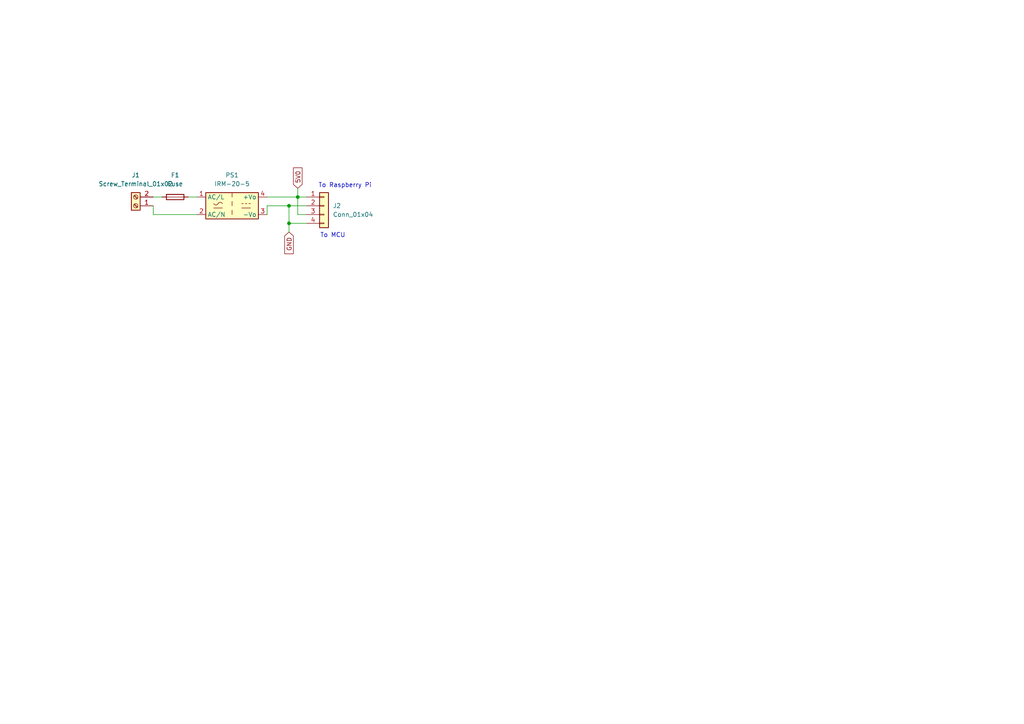
<source format=kicad_sch>
(kicad_sch (version 20231120) (generator "eeschema") (generator_version "8.0")
  (paper "A4")
  (lib_symbols
    (symbol "Connector:Screw_Terminal_01x02" (pin_names (offset 1.016) hide)
      (property "Reference" "J" (at 0 2.54 0))
      (property "Value" "Screw_Terminal_01x02" (at 0 -5.08 0))
      (symbol "Screw_Terminal_01x02_1_1"
        (rectangle (start -1.27 1.27) (end 1.27 -3.81) (stroke (width 0.254)) (fill (type background)))
        (circle (center 0 -2.54) (radius 0.635) (stroke (width 0.1524)))
        (polyline (pts (xy -0.5334 -2.2098) (xy 0.3302 -3.048)) (stroke (width 0.1524)))
        (polyline (pts (xy -0.5334 0.3302) (xy 0.3302 -0.508)) (stroke (width 0.1524)))
        (polyline (pts (xy -0.3556 -2.032) (xy 0.508 -2.8702)) (stroke (width 0.1524)))
        (polyline (pts (xy -0.3556 0.508) (xy 0.508 -0.3302)) (stroke (width 0.1524)))
        (circle (center 0 0) (radius 0.635) (stroke (width 0.1524)))
        (pin passive line (at -5.08 0 0) (length 3.81) (name "Pin_1") (number "1"))
        (pin passive line (at -5.08 -2.54 0) (length 3.81) (name "Pin_2") (number "2"))
      )
    )
    (symbol "Connector_Generic:Conn_01x04" (pin_names (offset 1.016) hide)
      (property "Reference" "J" (at 0 5.08 0))
      (property "Value" "Conn_01x04" (at 0 -7.62 0))
      (symbol "Conn_01x04_1_1"
        (rectangle (start -1.27 -4.953) (end 0 -5.207) (stroke (width 0.1524)))
        (rectangle (start -1.27 -2.413) (end 0 -2.667) (stroke (width 0.1524)))
        (rectangle (start -1.27 0.127) (end 0 -0.127) (stroke (width 0.1524)))
        (rectangle (start -1.27 2.667) (end 0 2.413) (stroke (width 0.1524)))
        (rectangle (start -1.27 3.81) (end 1.27 -6.35) (stroke (width 0.254)) (fill (type background)))
        (pin passive line (at -5.08 2.54 0) (length 3.81) (name "Pin_1") (number "1"))
        (pin passive line (at -5.08 0 0) (length 3.81) (name "Pin_2") (number "2"))
        (pin passive line (at -5.08 -2.54 0) (length 3.81) (name "Pin_3") (number "3"))
        (pin passive line (at -5.08 -5.08 0) (length 3.81) (name "Pin_4") (number "4"))
      )
    )
    (symbol "Converter_ACDC:IRM-20-5"
      (property "Reference" "PS" (at 0 5.08 0))
      (property "Value" "IRM-20-5" (at 0 -5.08 0))
      (symbol "IRM-20-5_0_1"
        (rectangle (start -7.62 3.81) (end 7.62 -3.81) (stroke (width 0.254)) (fill (type background)))
        (arc (start -5.334 0.635) (mid -4.699 0.2495) (end -4.064 0.635))
        (arc (start -2.794 0.635) (mid -3.429 1.0072) (end -4.064 0.635))
        (polyline (pts (xy -5.334 -0.635) (xy -2.794 -0.635)))
        (polyline (pts (xy 0 -1.27) (xy 0 -2.54)))
        (polyline (pts (xy 0 1.27) (xy 0 0)))
        (polyline (pts (xy 0 3.81) (xy 0 2.54)))
        (polyline (pts (xy 2.794 -0.635) (xy 5.334 -0.635)))
        (polyline (pts (xy 2.794 0.635) (xy 3.302 0.635)))
        (polyline (pts (xy 3.81 0.635) (xy 4.318 0.635)))
        (polyline (pts (xy 4.826 0.635) (xy 5.334 0.635)))
      )
      (symbol "IRM-20-5_1_1"
        (pin power_in line (at -10.16 2.54 0) (length 2.54) (name "AC/L") (number "1"))
        (pin power_in line (at -10.16 -2.54 0) (length 2.54) (name "AC/N") (number "2"))
        (pin power_out line (at 10.16 -2.54 180) (length 2.54) (name "-Vo") (number "3"))
        (pin power_out line (at 10.16 2.54 180) (length 2.54) (name "+Vo") (number "4"))
      )
    )
    (symbol "Device:Fuse" (pin_numbers hide) (pin_names (offset 0))
      (property "Reference" "F" (at 2.032 0 90))
      (property "Value" "Fuse" (at -1.905 0 90))
      (symbol "Fuse_0_1"
        (rectangle (start -0.762 -2.54) (end 0.762 2.54) (stroke (width 0.254)))
        (polyline (pts (xy 0 2.54) (xy 0 -2.54)))
      )
      (symbol "Fuse_1_1"
        (pin passive line (at 0 3.81 270) (length 1.27) (name "~") (number "1"))
        (pin passive line (at 0 -3.81 90) (length 1.27) (name "~") (number "2"))
      )
    )
  )
  (junction (at 86.36 57.15))
  (junction (at 83.82 64.77))
  (junction (at 83.82 59.69))
  (wire (pts (xy 86.36 57.15) (xy 86.36 62.23)))
  (wire (pts (xy 83.82 59.69) (xy 88.9 59.69)))
  (wire (pts (xy 77.47 59.69) (xy 83.82 59.69)))
  (wire (pts (xy 44.45 62.23) (xy 57.15 62.23)))
  (wire (pts (xy 77.47 57.15) (xy 86.36 57.15)))
  (wire (pts (xy 83.82 59.69) (xy 83.82 64.77)))
  (wire (pts (xy 83.82 64.77) (xy 88.9 64.77)))
  (wire (pts (xy 77.47 62.23) (xy 77.47 59.69)))
  (wire (pts (xy 83.82 64.77) (xy 83.82 67.31)))
  (wire (pts (xy 86.36 57.15) (xy 88.9 57.15)))
  (wire (pts (xy 86.36 62.23) (xy 88.9 62.23)))
  (wire (pts (xy 44.45 59.69) (xy 44.45 62.23)))
  (wire (pts (xy 44.45 57.15) (xy 46.99 57.15)))
  (wire (pts (xy 86.36 54.61) (xy 86.36 57.15)))
  (wire (pts (xy 54.61 57.15) (xy 57.15 57.15)))
  (text "To MCU" (at 96.52 68.326 0) (effects (font (size 1.27 1.27))))
  (text "To Raspberry Pi" (at 100.076 53.848 0) (effects (font (size 1.27 1.27))))
  (global_label "5V0" (shape input) (at 86.36 54.61 90) (property "Intersheetrefs" "${INTERSHEET_REFS}" (effects (hide yes))))
  (global_label "GND" (shape input) (at 83.82 67.31 270) (property "Intersheetrefs" "${INTERSHEET_REFS}" (effects (hide yes))))
  (symbol (lib_id "Device:Fuse") (at 50.8 57.15 90) (unit 1)
    (property "Reference" "F1" (at 50.8 50.8 90))
    (property "Value" "Fuse" (at 50.8 53.34 90))
    (property "Footprint" "IGR:FuseSocket" (effects (hide yes)))
    (property "Description" "Fuse" (effects (hide yes)))
  )
  (symbol (lib_id "Converter_ACDC:IRM-20-5") (at 67.31 59.69 0) (unit 1)
    (property "Reference" "PS1" (at 67.31 50.8 0))
    (property "Value" "IRM-20-5" (at 67.31 53.34 0))
    (property "Footprint" "Converter_ACDC:Converter_ACDC_MeanWell_IRM-20-xx_THT" (effects (hide yes)))
    (property "Datasheet" "http://www.meanwell.com/Upload/PDF/IRM-20/IRM-20-SPEC.PDF" (effects (hide yes)))
    (property "Description" "5V, 4A, 20W, Isolated, AC-DC, 219A(IRM20)" (effects (hide yes)))
  )
  (symbol (lib_id "Connector:Screw_Terminal_01x02") (at 39.37 59.69 180) (unit 1)
    (property "Reference" "J1" (at 39.37 50.8 0))
    (property "Value" "Screw_Terminal_01x02" (at 39.37 53.34 0))
    (property "Footprint" "TerminalBlock_4Ucon:TerminalBlock_4Ucon_1x02_P3.50mm_Horizontal" (effects (hide yes)))
    (property "Description" "Generic screw terminal, single row, 01x02, script generated (kicad-library-utils/schlib/autogen/connector/)" (effects (hide yes)))
  )
  (symbol (lib_id "Connector_Generic:Conn_01x04") (at 93.98 59.69 0) (unit 1)
    (property "Reference" "J2" (at 96.52 59.6899 0) (effects (justify left)))
    (property "Value" "Conn_01x04" (at 96.52 62.2299 0) (effects (justify left)))
    (property "Footprint" "Connector_PinHeader_2.54mm:PinHeader_1x04_P2.54mm_Vertical" (effects (hide yes)))
    (property "Description" "Generic connector, single row, 01x04, script generated (kicad-library-utils/schlib/autogen/connector/)" (effects (hide yes)))
  )
)
</source>
